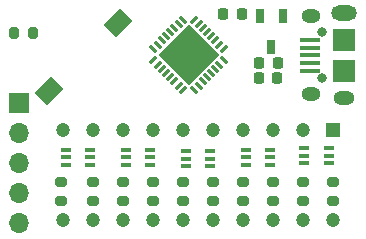
<source format=gbr>
%TF.GenerationSoftware,KiCad,Pcbnew,7.0.9*%
%TF.CreationDate,2024-08-09T11:55:52-06:00*%
%TF.ProjectId,SWAG_BAR_LED_ARM,53574147-5f42-4415-925f-4c45445f4152,rev?*%
%TF.SameCoordinates,Original*%
%TF.FileFunction,Soldermask,Top*%
%TF.FilePolarity,Negative*%
%FSLAX46Y46*%
G04 Gerber Fmt 4.6, Leading zero omitted, Abs format (unit mm)*
G04 Created by KiCad (PCBNEW 7.0.9) date 2024-08-09 11:55:52*
%MOMM*%
%LPD*%
G01*
G04 APERTURE LIST*
G04 Aperture macros list*
%AMRoundRect*
0 Rectangle with rounded corners*
0 $1 Rounding radius*
0 $2 $3 $4 $5 $6 $7 $8 $9 X,Y pos of 4 corners*
0 Add a 4 corners polygon primitive as box body*
4,1,4,$2,$3,$4,$5,$6,$7,$8,$9,$2,$3,0*
0 Add four circle primitives for the rounded corners*
1,1,$1+$1,$2,$3*
1,1,$1+$1,$4,$5*
1,1,$1+$1,$6,$7*
1,1,$1+$1,$8,$9*
0 Add four rect primitives between the rounded corners*
20,1,$1+$1,$2,$3,$4,$5,0*
20,1,$1+$1,$4,$5,$6,$7,0*
20,1,$1+$1,$6,$7,$8,$9,0*
20,1,$1+$1,$8,$9,$2,$3,0*%
%AMRotRect*
0 Rectangle, with rotation*
0 The origin of the aperture is its center*
0 $1 length*
0 $2 width*
0 $3 Rotation angle, in degrees counterclockwise*
0 Add horizontal line*
21,1,$1,$2,0,0,$3*%
G04 Aperture macros list end*
%ADD10RoundRect,0.225000X-0.225000X-0.250000X0.225000X-0.250000X0.225000X0.250000X-0.225000X0.250000X0*%
%ADD11RoundRect,0.200000X0.200000X0.275000X-0.200000X0.275000X-0.200000X-0.275000X0.200000X-0.275000X0*%
%ADD12O,0.800000X0.800000*%
%ADD13R,1.750000X0.450000*%
%ADD14O,1.800000X1.150000*%
%ADD15O,1.600000X1.200000*%
%ADD16R,1.900000X1.900000*%
%ADD17O,2.200000X1.300000*%
%ADD18R,0.838200X0.355600*%
%ADD19RoundRect,0.200000X0.275000X-0.200000X0.275000X0.200000X-0.275000X0.200000X-0.275000X-0.200000X0*%
%ADD20RoundRect,0.062500X-0.282843X0.194454X0.194454X-0.282843X0.282843X-0.194454X-0.194454X0.282843X0*%
%ADD21RoundRect,0.062500X-0.282843X-0.194454X-0.194454X-0.282843X0.282843X0.194454X0.194454X0.282843X0*%
%ADD22RotRect,3.600000X3.600000X315.000000*%
%ADD23R,1.700000X1.700000*%
%ADD24O,1.700000X1.700000*%
%ADD25RotRect,2.006600X1.498600X225.000000*%
%ADD26R,0.650000X1.220000*%
%ADD27R,1.200000X1.200000*%
%ADD28C,1.200000*%
G04 APERTURE END LIST*
D10*
%TO.C,C1*%
X98806000Y-94386400D03*
X100356000Y-94386400D03*
%TD*%
D11*
%TO.C,R12*%
X79666600Y-91846400D03*
X78016600Y-91846400D03*
%TD*%
D12*
%TO.C,J3*%
X104079000Y-95676000D03*
X104079000Y-91776000D03*
D13*
X103129000Y-95026000D03*
X103129000Y-94376000D03*
X103129000Y-93726000D03*
X103129000Y-93076000D03*
X103129000Y-92426000D03*
D14*
X105979000Y-97326000D03*
D15*
X103179000Y-97026000D03*
D16*
X105979000Y-95026000D03*
X105979000Y-92426000D03*
D15*
X103179000Y-90426000D03*
D17*
X105979000Y-90126000D03*
%TD*%
D18*
%TO.C,U9*%
X84480400Y-103011999D03*
X84480400Y-102362000D03*
X84480400Y-101712001D03*
X82397600Y-101712001D03*
X82397600Y-102362000D03*
X82397600Y-103011999D03*
%TD*%
%TO.C,U4*%
X99720400Y-103011999D03*
X99720400Y-102362000D03*
X99720400Y-101712001D03*
X97637600Y-101712001D03*
X97637600Y-102362000D03*
X97637600Y-103011999D03*
%TD*%
D19*
%TO.C,R2*%
X89789000Y-106108000D03*
X89789000Y-104458000D03*
%TD*%
D10*
%TO.C,C3*%
X95745000Y-90220800D03*
X97295000Y-90220800D03*
%TD*%
D19*
%TO.C,R7*%
X82042000Y-106108000D03*
X82042000Y-104458000D03*
%TD*%
%TO.C,R10*%
X102489000Y-106108000D03*
X102489000Y-104458000D03*
%TD*%
D20*
%TO.C,U5*%
X92316625Y-90705352D03*
X91963072Y-91058905D03*
X91609518Y-91412458D03*
X91255965Y-91766012D03*
X90902412Y-92119565D03*
X90548858Y-92473118D03*
X90195305Y-92826672D03*
X89841752Y-93180225D03*
D21*
X89841752Y-94170175D03*
X90195305Y-94523728D03*
X90548858Y-94877282D03*
X90902412Y-95230835D03*
X91255965Y-95584388D03*
X91609518Y-95937942D03*
X91963072Y-96291495D03*
X92316625Y-96645048D03*
D20*
X93306575Y-96645048D03*
X93660128Y-96291495D03*
X94013682Y-95937942D03*
X94367235Y-95584388D03*
X94720788Y-95230835D03*
X95074342Y-94877282D03*
X95427895Y-94523728D03*
X95781448Y-94170175D03*
D21*
X95781448Y-93180225D03*
X95427895Y-92826672D03*
X95074342Y-92473118D03*
X94720788Y-92119565D03*
X94367235Y-91766012D03*
X94013682Y-91412458D03*
X93660128Y-91058905D03*
X93306575Y-90705352D03*
D22*
X92811600Y-93675200D03*
%TD*%
D23*
%TO.C,J1*%
X78435200Y-97790000D03*
D24*
X78435200Y-100330000D03*
X78435200Y-102870000D03*
X78435200Y-105410000D03*
X78435200Y-107950000D03*
%TD*%
D19*
%TO.C,R8*%
X97409000Y-106108000D03*
X97409000Y-104458000D03*
%TD*%
%TO.C,R4*%
X92329000Y-106108000D03*
X92329000Y-104458000D03*
%TD*%
%TO.C,R11*%
X84709000Y-106108000D03*
X84709000Y-104458000D03*
%TD*%
%TO.C,R9*%
X105029000Y-106108000D03*
X105029000Y-104458000D03*
%TD*%
D25*
%TO.C,SW1*%
X86820737Y-90979263D03*
X81022463Y-96777537D03*
%TD*%
D18*
%TO.C,U2*%
X104673400Y-102884999D03*
X104673400Y-102235000D03*
X104673400Y-101585001D03*
X102590600Y-101585001D03*
X102590600Y-102235000D03*
X102590600Y-102884999D03*
%TD*%
%TO.C,U10*%
X89560400Y-103011999D03*
X89560400Y-102362000D03*
X89560400Y-101712001D03*
X87477600Y-101712001D03*
X87477600Y-102362000D03*
X87477600Y-103011999D03*
%TD*%
D10*
%TO.C,C2*%
X98742200Y-95656400D03*
X100292200Y-95656400D03*
%TD*%
D19*
%TO.C,R5*%
X94869000Y-106108000D03*
X94869000Y-104458000D03*
%TD*%
%TO.C,R6*%
X87249000Y-106108000D03*
X87249000Y-104458000D03*
%TD*%
D26*
%TO.C,U1*%
X100772000Y-90384000D03*
X98872000Y-90384000D03*
X99822000Y-93004000D03*
%TD*%
D19*
%TO.C,R3*%
X99949000Y-106108000D03*
X99949000Y-104458000D03*
%TD*%
D18*
%TO.C,U8*%
X94640400Y-103138999D03*
X94640400Y-102489000D03*
X94640400Y-101839001D03*
X92557600Y-101839001D03*
X92557600Y-102489000D03*
X92557600Y-103138999D03*
%TD*%
D27*
%TO.C,BAR1*%
X105048500Y-100056500D03*
D28*
X102508500Y-100056500D03*
X99968500Y-100056500D03*
X97428500Y-100056500D03*
X94888500Y-100056500D03*
X92348500Y-100056500D03*
X89808500Y-100056500D03*
X87268500Y-100056500D03*
X84728500Y-100056500D03*
X82188500Y-100056500D03*
X82188500Y-107676500D03*
X84728500Y-107676500D03*
X87268500Y-107676500D03*
X89808500Y-107676500D03*
X92348500Y-107676500D03*
X94888500Y-107676500D03*
X97428500Y-107676500D03*
X99968500Y-107676500D03*
X102508500Y-107676500D03*
X105048500Y-107676500D03*
%TD*%
M02*

</source>
